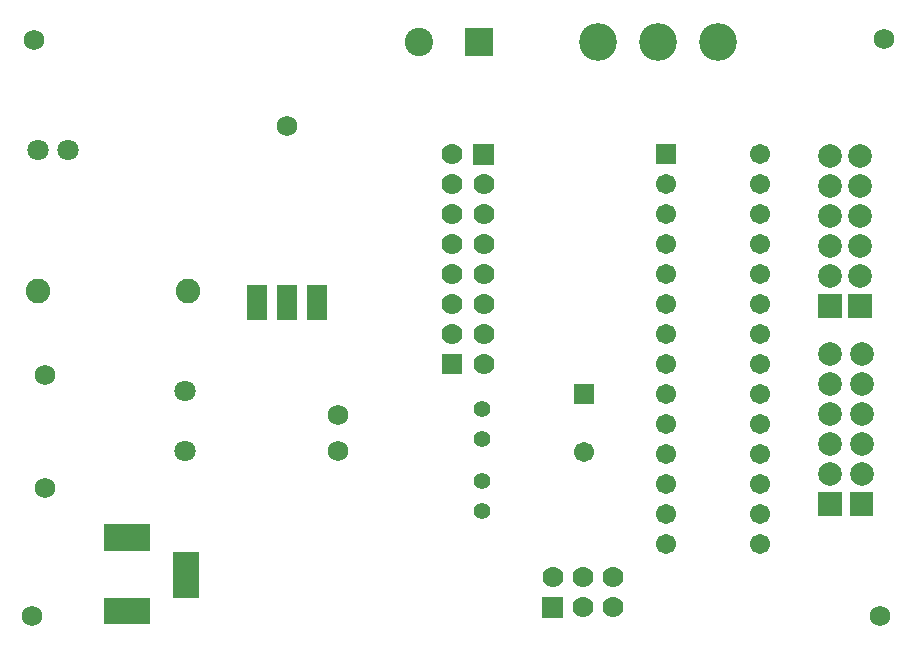
<source format=gbs>
G04 Layer: BottomSolderMaskLayer*
G04 EasyEDA v6.4.7, 2020-09-27T19:17:12+06:30*
G04 5f9934904fa34247908da0985e5d9101,0cefe5c53dde44a4b7081b089a27013d,10*
G04 Gerber Generator version 0.2*
G04 Scale: 100 percent, Rotated: No, Reflected: No *
G04 Dimensions in millimeters *
G04 leading zeros omitted , absolute positions ,3 integer and 3 decimal *
%FSLAX33Y33*%
%MOMM*%
G90*
D02*

%ADD42C,1.727200*%
%ADD43R,1.778000X1.778000*%
%ADD44C,1.778000*%
%ADD45C,2.003196*%
%ADD47C,3.203194*%
%ADD48C,1.803197*%
%ADD49C,2.082800*%
%ADD51C,2.403196*%
%ADD55C,1.752600*%
%ADD57C,1.703197*%
%ADD58C,1.397000*%

%LPD*%
G54D42*
G01X2286Y50927D03*
G01X74295Y51054D03*
G01X2159Y2159D03*
G01X73914Y2159D03*
G01X23749Y43688D03*
G54D43*
G01X37719Y23495D03*
G54D44*
G01X37719Y26035D03*
G01X37719Y28575D03*
G01X37719Y31115D03*
G01X37719Y33655D03*
G01X37719Y36195D03*
G01X37719Y38735D03*
G01X37719Y41275D03*
G54D45*
G01X72390Y24384D03*
G01X72390Y21844D03*
G01X72390Y19304D03*
G01X72390Y16764D03*
G01X72390Y14224D03*
G36*
G01X71389Y10683D02*
G01X71389Y12684D01*
G01X73390Y12684D01*
G01X73390Y10683D01*
G01X71389Y10683D01*
G37*
G01X72263Y41148D03*
G01X72263Y38608D03*
G01X72263Y36068D03*
G01X72263Y33528D03*
G01X72263Y30988D03*
G36*
G01X71262Y27447D02*
G01X71262Y29448D01*
G01X73263Y29448D01*
G01X73263Y27447D01*
G01X71262Y27447D01*
G37*
G54D47*
G01X60198Y50800D03*
G01X55118Y50800D03*
G01X50038Y50800D03*
G54D48*
G01X2667Y41656D03*
G01X5207Y41656D03*
G36*
G01X39497Y40386D02*
G01X39497Y42164D01*
G01X41275Y42164D01*
G01X41275Y40386D01*
G01X39497Y40386D01*
G37*
G54D44*
G01X40386Y38735D03*
G01X40386Y36195D03*
G01X40386Y33655D03*
G01X40386Y31115D03*
G01X40386Y28575D03*
G01X40386Y26035D03*
G01X40386Y23495D03*
G54D49*
G01X15367Y29718D03*
G01X2667Y29718D03*
G36*
G01X38803Y49598D02*
G01X38803Y52001D01*
G01X41206Y52001D01*
G01X41206Y49598D01*
G01X38803Y49598D01*
G37*
G54D51*
G01X34925Y50800D03*
G36*
G01X8293Y1485D02*
G01X8293Y3721D01*
G01X12153Y3721D01*
G01X12153Y1485D01*
G01X8293Y1485D01*
G37*
G36*
G01X8293Y7708D02*
G01X8293Y9944D01*
G01X12153Y9944D01*
G01X12153Y7708D01*
G01X8293Y7708D01*
G37*
G36*
G01X14058Y3721D02*
G01X14058Y7581D01*
G01X16294Y7581D01*
G01X16294Y3721D01*
G01X14058Y3721D01*
G37*
G54D45*
G01X69723Y24384D03*
G01X69723Y21844D03*
G01X69723Y19304D03*
G01X69723Y16764D03*
G01X69723Y14224D03*
G36*
G01X68722Y10683D02*
G01X68722Y12684D01*
G01X70723Y12684D01*
G01X70723Y10683D01*
G01X68722Y10683D01*
G37*
G36*
G01X20350Y27233D02*
G01X20350Y30167D01*
G01X22067Y30167D01*
G01X22067Y27233D01*
G01X20350Y27233D01*
G37*
G36*
G01X22890Y27233D02*
G01X22890Y30167D01*
G01X24607Y30167D01*
G01X24607Y27233D01*
G01X22890Y27233D01*
G37*
G36*
G01X25430Y27233D02*
G01X25430Y30167D01*
G01X27147Y30167D01*
G01X27147Y27233D01*
G01X25430Y27233D01*
G37*
G54D55*
G01X3225Y22580D03*
G01X3225Y13030D03*
G36*
G01X54965Y40424D02*
G01X54965Y42125D01*
G01X56667Y42125D01*
G01X56667Y40424D01*
G01X54965Y40424D01*
G37*
G54D57*
G01X55817Y38735D03*
G01X55817Y36195D03*
G01X55817Y33655D03*
G01X55817Y31115D03*
G01X55817Y28575D03*
G01X55817Y26035D03*
G01X55817Y23495D03*
G01X55817Y20955D03*
G01X55817Y18415D03*
G01X55817Y15875D03*
G01X55817Y13335D03*
G01X55817Y10795D03*
G01X55817Y8255D03*
G01X63816Y41275D03*
G01X63816Y38735D03*
G01X63816Y36195D03*
G01X63816Y33655D03*
G01X63816Y31115D03*
G01X63816Y28575D03*
G01X63816Y26035D03*
G01X63816Y23495D03*
G01X63816Y20955D03*
G01X63816Y18415D03*
G01X63816Y15875D03*
G01X63816Y13335D03*
G01X63816Y10795D03*
G01X63816Y8255D03*
G54D45*
G01X69723Y41148D03*
G01X69723Y38608D03*
G01X69723Y36068D03*
G01X69723Y33528D03*
G01X69723Y30988D03*
G36*
G01X68722Y27447D02*
G01X68722Y29448D01*
G01X70723Y29448D01*
G01X70723Y27447D01*
G01X68722Y27447D01*
G37*
G54D48*
G01X15113Y16129D03*
G01X15113Y21209D03*
G54D42*
G01X28067Y19177D03*
G01X28067Y16129D03*
G36*
G01X48044Y20129D02*
G01X48044Y21831D01*
G01X49745Y21831D01*
G01X49745Y20129D01*
G01X48044Y20129D01*
G37*
G54D57*
G01X48895Y16103D03*
G54D58*
G01X40259Y17145D03*
G01X40259Y19685D03*
G01X40259Y13589D03*
G01X40259Y11049D03*
G54D44*
G01X51308Y5461D03*
G01X51308Y2921D03*
G01X48768Y5461D03*
G01X48768Y2921D03*
G01X46228Y5461D03*
G36*
G01X45339Y2032D02*
G01X45339Y3810D01*
G01X47117Y3810D01*
G01X47117Y2032D01*
G01X45339Y2032D01*
G37*
M00*
M02*

</source>
